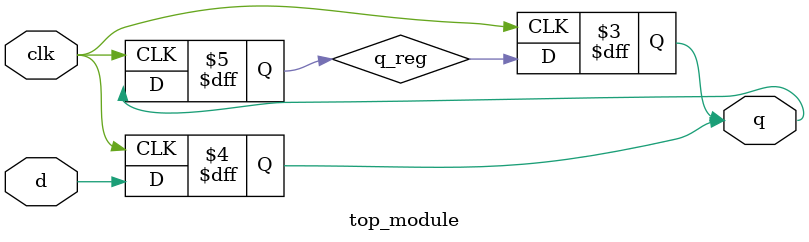
<source format=sv>
module top_module(
    input clk,
    input d,
    output reg q);

reg q_reg; // intermediate register to store the previous value of q

// always block triggered on the rising edge of the clock
always @(posedge clk) begin
    q_reg <= q; // store previous value of q
    q <= d; // update q with the new value of d
end

// always block triggered on the falling edge of the clock
always @(negedge clk) begin
    q <= q_reg; // update q with the previous value of q
end

endmodule

</source>
